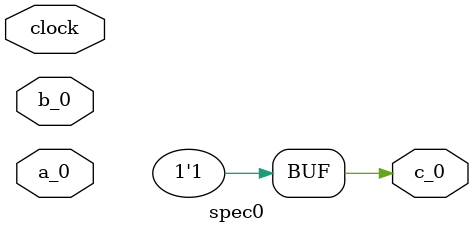
<source format=v>
/* Generated by Yosys 0.47+149 (git sha1 384c19119, clang++ 18.1.8 -fPIC -O3) */

module spec0(clock, a_0, b_0, c_0);
input clock;
wire clock;
  input a_0;
  wire a_0;
  input b_0;
  wire b_0;
  output c_0;
  wire c_0;
  assign c_0 = ~1'h0;
endmodule

</source>
